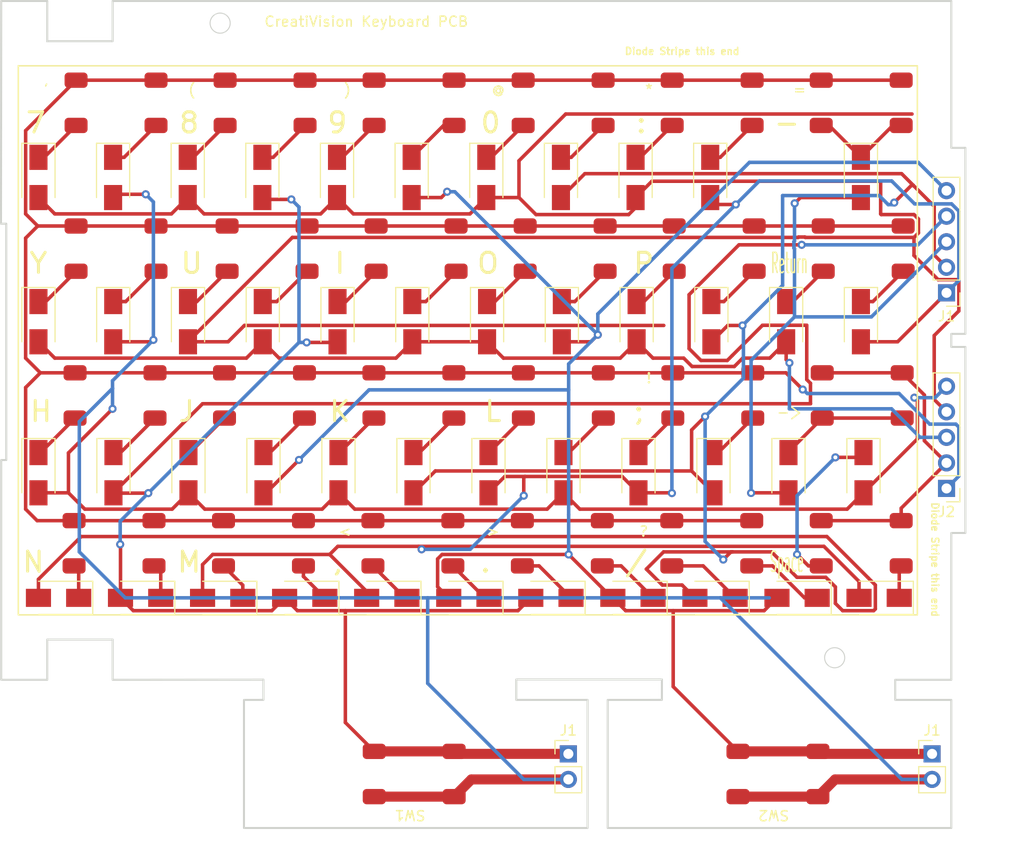
<source format=kicad_pcb>
(kicad_pcb (version 20211014) (generator pcbnew)
  (layers (0 "F.Cu" signal) (31 "B.Cu" signal) (34 "B.Paste" user) (35 "F.Paste" user) (36 "B.SilkS" user "B.Silkscreen") (37 "F.SilkS" user "F.Silkscreen") (38 "B.Mask" user) (39 "F.Mask" user) (44 "Edge.Cuts" user))
  (net 0 "")
  (net 1 "Net-(D1-Pad1)")
  (net 2 "Net-(D1-Pad2)")
  (net 3 "Net-(D2-Pad1)")
  (net 4 "Net-(D12-Pad2)")
  (net 5 "Net-(D3-Pad1)")
  (net 6 "Net-(D11-Pad2)")
  (net 7 "Net-(D4-Pad1)")
  (net 8 "Net-(D14-Pad2)")
  (net 9 "Net-(D5-Pad1)")
  (net 10 "Net-(D6-Pad1)")
  (net 11 "Net-(D16-Pad2)")
  (net 12 "Net-(D7-Pad1)")
  (net 13 "Net-(D8-Pad1)")
  (net 14 "Net-(D19-Pad2)")
  (net 15 "Net-(D9-Pad1)")
  (net 16 "Net-(D10-Pad1)")
  (net 17 "Net-(D10-Pad2)")
  (net 18 "Net-(D11-Pad1)")
  (net 19 "Net-(D12-Pad1)")
  (net 20 "Net-(D13-Pad1)")
  (net 21 "Net-(D13-Pad2)")
  (net 22 "Net-(D14-Pad1)")
  (net 23 "Net-(D15-Pad1)")
  (net 24 "Net-(D16-Pad1)")
  (net 25 "Net-(D17-Pad1)")
  (net 26 "Net-(D18-Pad1)")
  (net 27 "Net-(D19-Pad1)")
  (net 28 "Net-(D20-Pad1)")
  (net 29 "Net-(D21-Pad1)")
  (net 30 "Net-(D22-Pad1)")
  (net 31 "Net-(D23-Pad1)")
  (net 32 "Net-(D24-Pad1)")
  (net 33 "Net-(D25-Pad1)")
  (net 34 "Net-(D26-Pad1)")
  (net 35 "Net-(D27-Pad1)")
  (net 36 "Net-(D28-Pad1)")
  (net 37 "Net-(D29-Pad1)")
  (net 38 "Net-(D30-Pad1)")
  (net 39 "Net-(D31-Pad1)")
  (net 40 "Net-(D32-Pad1)")
  (net 41 "Net-(D33-Pad1)")
  (net 42 "Net-(D34-Pad1)")
  (net 43 "Net-(D35-Pad1)")
  (net 44 "Net-(D36-Pad1)")
  (net 45 "Net-(D37-Pad1)")
  (net 46 "Net-(D38-Pad1)")
  (net 47 "Net-(D39-Pad1)")
  (net 48 "Net-(D40-Pad1)")
  (net 49 "Net-(D41-Pad1)")
  (net 50 "Net-(D42-Pad1)")
  (net 51 "Net-(D43-Pad1)")
  (net 52 "Net-(D44-Pad1)")
  (net 53 "Net-(D45-Pad1)")
  (net 54 "Net-(D46-Pad1)")
  (net 55 "Net-(J2-Pad1)")
  (net 56 "Net-(J2-Pad2)")
  (footprint "Connector_PinHeader_2.54mm:PinHeader_1x05_P2.54mm_Vertical" (layer "F.Cu") (at 179.2 75.225 180)
    (fp_text reference "J2")
    (fp_text value "Conn_01x05_Female")
  )
  (footprint "Diode_SMD:D_SMA" (layer "F.Cu") (at 155.817448 58.642 -90)
    (fp_text reference "D14" hide)
    (fp_text value "CES521,L3F" hide)
  )
  (footprint "CheshBits:Jaycar SMD Tactical switch" (layer "F.Cu") (at 95.891 43.828 180)
    (fp_text reference "SW6" hide)
    (fp_text value "6A" hide)
  )
  (footprint "CheshBits:Jaycar SMD Tactical switch" (layer "F.Cu") (at 125.411 87.628 180)
    (fp_text reference "SW22" hide)
    (fp_text value "4D" hide)
  )
  (footprint "Diode_SMD:D_SMA" (layer "F.Cu") (at 123.5392 86.106 180)
    (fp_text reference "D42" hide)
    (fp_text value "CES521,L3F" hide)
  )
  (footprint "Diode_SMD:D_SMA" (layer "F.Cu") (at 99.0598 86.106 180)
    (fp_text reference "D45" hide)
    (fp_text value "CES521,L3F" hide)
  )
  (footprint "CheshBits:Jaycar SMD Tactical switch" (layer "F.Cu") (at 161.71 110.572 180)
    (fp_text reference "SW2")
    (fp_text value "SW_MEC_5E")
  )
  (footprint "Diode_SMD:D_SMA" (layer "F.Cu") (at 118.733452 73.66 -90)
    (fp_text reference "D30" hide)
    (fp_text value "CES521,L3F" hide)
  )
  (footprint "Diode_SMD:D_SMA" (layer "F.Cu") (at 111.167332 44.3 -90)
    (fp_text reference "D8" hide)
    (fp_text value "CES521,L3F" hide)
  )
  (footprint "Diode_SMD:D_SMA" (layer "F.Cu") (at 126.01222 44.3 -90)
    (fp_text reference "D6" hide)
    (fp_text value "CES521,L3F" hide)
  )
  (footprint "Diode_SMD:D_SMA" (layer "F.Cu") (at 172.498 86.106 180)
    (fp_text reference "D35" hide)
    (fp_text value "CES521,L3F" hide)
  )
  (footprint "CheshBits:Jaycar SMD Tactical switch" (layer "F.Cu") (at 155.371 58.328 180)
    (fp_text reference "SW8" hide)
    (fp_text value "2B" hide)
  )
  (footprint "CheshBits:Jaycar SMD Tactical switch" (layer "F.Cu") (at 140.551 58.328 180)
    (fp_text reference "SW9" hide)
    (fp_text value "3B" hide)
  )
  (footprint "CheshBits:Jaycar SMD Tactical switch" (layer "F.Cu") (at 110.551 87.628 180)
    (fp_text reference "SW23" hide)
    (fp_text value "5D" hide)
  )
  (footprint "Diode_SMD:D_SMA" (layer "F.Cu") (at 170.688 44.3 -90)
    (fp_text reference "D1" hide)
    (fp_text value "CES521,L3F" hide)
  )
  (footprint "Diode_SMD:D_SMA" (layer "F.Cu") (at 103.816726 73.66 -90)
    (fp_text reference "D32" hide)
    (fp_text value "CES521,L3F" hide)
  )
  (footprint "CheshBits:Jaycar SMD Tactical switch" (layer "F.Cu") (at 140.351 43.828 180)
    (fp_text reference "SW3" hide)
    (fp_text value "3A" hide)
  )
  (footprint "Diode_SMD:D_SMA" (layer "F.Cu") (at 115.3794 86.106 180)
    (fp_text reference "D43" hide)
    (fp_text value "CES521,L3F" hide)
  )
  (footprint "Diode_SMD:D_SMA" (layer "F.Cu") (at 96.335272 58.642 -90)
    (fp_text reference "D22" hide)
    (fp_text value "CES521,L3F" hide)
  )
  (footprint "CheshBits:Jaycar SMD Tactical switch" (layer "F.Cu") (at 95.691 87.628 180)
    (fp_text reference "SW24" hide)
    (fp_text value "6D" hide)
  )
  (footprint "Diode_SMD:D_SMA" (layer "F.Cu") (at 96.322444 44.3 -90)
    (fp_text reference "D10" hide)
    (fp_text value "CES521,L3F" hide)
  )
  (footprint "CheshBits:Jaycar SMD Tactical switch" (layer "F.Cu") (at 110.911 58.328 180)
    (fp_text reference "SW11" hide)
    (fp_text value "5B" hide)
  )
  (footprint "CheshBits:Jaycar SMD Tactical switch" (layer "F.Cu") (at 155.171 43.828 180)
    (fp_text reference "SW2" hide)
    (fp_text value "2A" hide)
  )
  (footprint "Diode_SMD:D_SMA" (layer "F.Cu") (at 163.25272 58.642 -90)
    (fp_text reference "D13" hide)
    (fp_text value "CES521,L3F" hide)
  )
  (footprint "Diode_SMD:D_SMA" (layer "F.Cu") (at 103.744888 44.3 -90)
    (fp_text reference "D9" hide)
    (fp_text value "CES521,L3F" hide)
  )
  (footprint "Diode_SMD:D_SMA" (layer "F.Cu") (at 170.688 58.642 -90)
    (fp_text reference "D12" hide)
    (fp_text value "CES521,L3F" hide)
  )
  (footprint "Diode_SMD:D_SMA" (layer "F.Cu") (at 107.2196 86.106 180)
    (fp_text reference "D44" hide)
    (fp_text value "CES521,L3F" hide)
  )
  (footprint "Diode_SMD:D_SMA" (layer "F.Cu") (at 133.511632 58.642 -90)
    (fp_text reference "D17" hide)
    (fp_text value "CES521,L3F" hide)
  )
  (footprint "Diode_SMD:D_SMA" (layer "F.Cu") (at 148.0186 86.106 180)
    (fp_text reference "D39" hide)
    (fp_text value "CES521,L3F" hide)
  )
  (footprint "Diode_SMD:D_SMA" (layer "F.Cu") (at 139.8588 86.106 180)
    (fp_text reference "D40" hide)
    (fp_text value "CES521,L3F" hide)
  )
  (footprint "CheshBits:Jaycar SMD Tactical switch" (layer "F.Cu") (at 169.991 87.628 180)
    (fp_text reference "SW19" hide)
    (fp_text value "1D" hide)
  )
  (footprint "Diode_SMD:D_SMA" (layer "F.Cu") (at 163.48363 73.66 -90)
    (fp_text reference "D24" hide)
    (fp_text value "CES521,L3F" hide)
  )
  (footprint "Connector_PinHeader_2.54mm:PinHeader_1x02_P2.54mm_Vertical" (layer "F.Cu") (at 141.594 101.621)
    (fp_text reference "J1")
    (fp_text value "Conn_01x02_Female")
  )
  (footprint "CheshBits:Jaycar SMD Tactical switch" (layer "F.Cu") (at 169.991 43.828 180)
    (fp_text reference "SW1" hide)
    (fp_text value "1A" hide)
  )
  (footprint "CheshBits:Jaycar SMD Tactical switch" (layer "F.Cu") (at 140.271 87.628 180)
    (fp_text reference "SW21" hide)
    (fp_text value "3D" hide)
  )
  (footprint "CheshBits:Jaycar SMD Tactical switch" (layer "F.Cu") (at 110.651 72.928 180)
    (fp_text reference "SW17" hide)
    (fp_text value "5C" hide)
  )
  (footprint "CheshBits:Jaycar SMD Tactical switch" (layer "F.Cu") (at 155.231 72.928 180)
    (fp_text reference "SW14" hide)
    (fp_text value "2C" hide)
  )
  (footprint "Diode_SMD:D_SMA" (layer "F.Cu") (at 148.566904 73.66 -90)
    (fp_text reference "D26" hide)
    (fp_text value "CES521,L3F" hide)
  )
  (footprint "CheshBits:Jaycar SMD Tactical switch" (layer "F.Cu") (at 125.731 58.328 180)
    (fp_text reference "SW10" hide)
    (fp_text value "4B" hide)
  )
  (footprint "Diode_SMD:D_SMA" (layer "F.Cu") (at 156.1784 86.106 180)
    (fp_text reference "D38" hide)
    (fp_text value "CES521,L3F" hide)
  )
  (footprint "Connector_PinHeader_2.54mm:PinHeader_1x02_P2.54mm_Vertical" (layer "F.Cu") (at 177.764 101.621)
    (fp_text reference "J1")
    (fp_text value "Conn_01x02_Female")
  )
  (footprint "Diode_SMD:D_SMA" (layer "F.Cu") (at 148.279552 44.3 -90)
    (fp_text reference "D3" hide)
    (fp_text value "CES521,L3F" hide)
  )
  (footprint "Diode_SMD:D_SMA" (layer "F.Cu") (at 96.358363 73.66 -90)
    (fp_text reference "D33" hide)
    (fp_text value "CES521,L3F" hide)
  )
  (footprint "Diode_SMD:D_SMA" (layer "F.Cu") (at 133.434664 44.3 -90)
    (fp_text reference "D5" hide)
    (fp_text value "CES521,L3F" hide)
  )
  (footprint "Diode_SMD:D_SMA" (layer "F.Cu") (at 126.07636 58.642 -90)
    (fp_text reference "D18" hide)
    (fp_text value "CES521,L3F" hide)
  )
  (footprint "Diode_SMD:D_SMA" (layer "F.Cu") (at 133.650178 73.66 -90)
    (fp_text reference "D28" hide)
    (fp_text value "CES521,L3F" hide)
  )
  (footprint "CheshBits:Jaycar SMD Tactical switch" (layer "F.Cu") (at 125.531 43.828 180)
    (fp_text reference "SW4" hide)
    (fp_text value "4A" hide)
  )
  (footprint "CheshBits:Jaycar SMD Tactical switch" (layer "F.Cu") (at 95.891 58.328 180)
    (fp_text reference "SW12" hide)
    (fp_text value "6B" hide)
  )
  (footprint "Diode_SMD:D_SMA" (layer "F.Cu") (at 140.857108 44.3 -90)
    (fp_text reference "D4" hide)
    (fp_text value "CES521,L3F" hide)
  )
  (footprint "Diode_SMD:D_SMA" (layer "F.Cu") (at 88.9 44.3 -90)
    (fp_text reference "D11" hide)
    (fp_text value "CES521,L3F" hide)
  )
  (footprint "Diode_SMD:D_SMA" (layer "F.Cu") (at 103.770544 58.642 -90)
    (fp_text reference "D21" hide)
    (fp_text value "CES521,L3F" hide)
  )
  (footprint "Diode_SMD:D_SMA" (layer "F.Cu") (at 141.108541 73.66 -90)
    (fp_text reference "D27" hide)
    (fp_text value "CES521,L3F" hide)
  )
  (footprint "CheshBits:Jaycar SMD Tactical switch" (layer "F.Cu") (at 125.511 72.928 180)
    (fp_text reference "SW16" hide)
    (fp_text value "4C" hide)
  )
  (footprint "Diode_SMD:D_SMA" (layer "F.Cu") (at 111.275089 73.66 -90)
    (fp_text reference "D31" hide)
    (fp_text value "CES521,L3F" hide)
  )
  (footprint "Diode_SMD:D_SMA" (layer "F.Cu") (at 155.702 44.3 -90)
    (fp_text reference "D2" hide)
    (fp_text value "CES521,L3F" hide)
  )
  (footprint "Diode_SMD:D_SMA" (layer "F.Cu") (at 118.589776 44.3 -90)
    (fp_text reference "D7" hide)
    (fp_text value "CES521,L3F" hide)
  )
  (footprint "Diode_SMD:D_SMA" (layer "F.Cu") (at 88.9 73.66 -90)
    (fp_text reference "D34" hide)
    (fp_text value "CES521,L3F" hide)
  )
  (footprint "Connector_PinHeader_2.54mm:PinHeader_1x05_P2.54mm_Vertical" (layer "F.Cu") (at 179.2 55.775 180)
    (fp_text reference "J1")
    (fp_text value "Conn_01x05_Female")
  )
  (footprint "Diode_SMD:D_SMA" (layer "F.Cu") (at 90.9 86.106 180)
    (fp_text reference "D46" hide)
    (fp_text value "CES521,L3F" hide)
  )
  (footprint "CheshBits:Jaycar SMD Tactical switch" (layer "F.Cu") (at 125.54 110.572 180)
    (fp_text reference "SW1")
    (fp_text value "SW_MEC_5E")
  )
  (footprint "Diode_SMD:D_SMA" (layer "F.Cu") (at 164.3382 86.106 180)
    (fp_text reference "D37" hide)
    (fp_text value "CES521,L3F" hide)
  )
  (footprint "Diode_SMD:D_SMA" (layer "F.Cu") (at 126.191815 73.66 -90)
    (fp_text reference "D29" hide)
    (fp_text value "CES521,L3F" hide)
  )
  (footprint "Diode_SMD:D_SMA" (layer "F.Cu") (at 88.9 58.642 -90)
    (fp_text reference "D23" hide)
    (fp_text value "CES521,L3F" hide)
  )
  (footprint "Diode_SMD:D_SMA" (layer "F.Cu") (at 148.382176 58.642 -90)
    (fp_text reference "D15" hide)
    (fp_text value "CES521,L3F" hide)
  )
  (footprint "Diode_SMD:D_SMA" (layer "F.Cu") (at 140.946904 58.642 -90)
    (fp_text reference "D16" hide)
    (fp_text value "CES521,L3F" hide)
  )
  (footprint "CheshBits:Jaycar SMD Tactical switch" (layer "F.Cu") (at 140.371 72.928 180)
    (fp_text reference "SW15" hide)
    (fp_text value "3C" hide)
  )
  (footprint "CheshBits:Jaycar SMD Tactical switch" (layer "F.Cu") (at 95.791 72.928 180)
    (fp_text reference "SW18" hide)
    (fp_text value "6C" hide)
  )
  (footprint "CheshBits:Jaycar SMD Tactical switch" (layer "F.Cu") (at 170.091 72.928 180)
    (fp_text reference "SW13" hide)
    (fp_text value "1C" hide)
  )
  (footprint "CheshBits:Jaycar SMD Tactical switch" (layer "F.Cu") (at 110.711 43.828 180)
    (fp_text reference "SW5" hide)
    (fp_text value "5A" hide)
  )
  (footprint "Diode_SMD:D_SMA" (layer "F.Cu") (at 131.699 86.106 180)
    (fp_text reference "D41" hide)
    (fp_text value "CES521,L3F" hide)
  )
  (footprint "Diode_SMD:D_SMA" (layer "F.Cu") (at 156.025267 73.66 -90)
    (fp_text reference "D25" hide)
    (fp_text value "CES521,L3F" hide)
  )
  (footprint "CheshBits:Jaycar SMD Tactical switch" (layer "F.Cu") (at 170.191 58.328 180)
    (fp_text reference "SW7" hide)
    (fp_text value "1B" hide)
  )
  (footprint "CheshBits:Jaycar SMD Tactical switch" (layer "F.Cu") (at 155.131 87.628 180)
    (fp_text reference "SW20" hide)
    (fp_text value "2D" hide)
  )
  (footprint "Diode_SMD:D_SMA" (layer "F.Cu") (at 111.205816 58.642 -90)
    (fp_text reference "D20" hide)
    (fp_text value "CES521,L3F" hide)
  )
  (footprint "Diode_SMD:D_SMA" (layer "F.Cu") (at 118.641088 58.642 -90)
    (fp_text reference "D19" hide)
    (fp_text value "CES521,L3F" hide)
  )
  (footprint "Diode_SMD:D_SMA" (layer "F.Cu") (at 170.942 73.66 -90)
    (fp_text reference "D36" hide)
    (fp_text value "CES521,L3F" hide)
  )
  (gr_rect (start 176.3 33.2) (end 86.9 87.8) (layer "F.SilkS") (width 0.15) (fill none))
  (gr_circle (center 106.967501 28.95428) (end 106.967501 29.95428) (layer "Edge.Cuts") (width 0.1) (fill none))
  (gr_circle (center 168.077337 92.059492) (end 168.077337 93.059492) (layer "Edge.Cuts") (width 0.1) (fill none))
  (gr_poly (pts (xy 89.776 94.254) (xy 89.776 90.254) (xy 96.276 90.254) (xy 96.276 94.254) (xy 111.272019 94.239174) (xy 111.272 96.252) (xy 109.336 96.254) (xy 109.336 108.992) (xy 143.506 108.992) (xy 143.506 96.254) (xy 136.418 96.252) (xy 136.418 94.22) (xy 150.896 94.22) (xy 150.896 96.252) (xy 145.506 96.254) (xy 145.506 108.992) (xy 179.676 108.992) (xy 179.676 96.254) (xy 174.1 96.252) (xy 174.1 94.254) (xy 179.676 94.254) (xy 179.676 79.654) (xy 181.076 79.654) (xy 181.076 61.154) (xy 179.676 61.154) (xy 179.676 59.854) (xy 181.076 59.854) (xy 181.076 41.354) (xy 179.676 41.354) (xy 179.676 26.754) (xy 96.276 26.754) (xy 96.276 30.754) (xy 89.776 30.754) (xy 89.776 26.754) (xy 85.2 26.754) (xy 85.176 48.9) (xy 85.7 48.9) (xy 85.7 72.4) (xy 85.2 72.4) (xy 85.2 94.254)) (layer "Edge.Cuts") (width 0.2) (fill none))
  (gr_text "Diode Stripe this end" (at 152.908 31.75) (layer "F.SilkS") (effects (font (size 0.7 0.7))))
  (gr_text "N" (at 88.392 82.55) (layer "F.SilkS") (effects (font (size 2 2) (thickness 0.3))))
  (gr_text "(" (at 104.14 35.56) (layer "F.SilkS") (effects (font (size 1 1))))
  (gr_text "L" (at 134.112 67.564) (layer "F.SilkS") (effects (font (size 2 2) (thickness 0.3))))
  (gr_text "8" (at 103.886 38.862) (layer "F.SilkS") (effects (font (size 2 2) (thickness 0.3))))
  (gr_text "=" (at 164.592 35.56) (layer "F.SilkS") (effects (font (size 1 1))))
  (gr_text "7" (at 88.646 38.862) (layer "F.SilkS") (effects (font (size 2 2) (thickness 0.3))))
  (gr_text "/" (at 148.336 82.55) (layer "F.SilkS") (effects (font (size 2 2) (thickness 0.3))))
  (gr_text "," (at 118.618 82.55) (layer "F.SilkS") (effects (font (size 2 2) (thickness 0.3))))
  (gr_text "U" (at 104.14 52.832) (layer "F.SilkS") (effects (font (size 2 2) (thickness 0.3))))
  (gr_text "H" (at 89.154 67.564) (layer "F.SilkS") (effects (font (size 2 2) (thickness 0.3))))
  (gr_text ")" (at 119.634 35.56) (layer "F.SilkS") (effects (font (size 1 1))))
  (gr_text "'" (at 89.662 35.56) (layer "F.SilkS") (effects (font (size 1 1))))
  (gr_text ":" (at 148.844 38.862) (layer "F.SilkS") (effects (font (size 2 2) (thickness 0.3))))
  (gr_text "M" (at 103.886 82.55) (layer "F.SilkS") (effects (font (size 2 2) (thickness 0.3))))
  (gr_text "Diode Stripe this end" (at 178.054 82.296 270) (layer "F.SilkS") (effects (font (size 0.7 0.7))))
  (gr_text "J" (at 103.632 67.564) (layer "F.SilkS") (effects (font (size 2 2) (thickness 0.3))))
  (gr_text "!" (at 149.606 64.262) (layer "F.SilkS") (effects (font (size 1 1))))
  (gr_text "." (at 133.35 82.55) (layer "F.SilkS") (effects (font (size 2 2) (thickness 0.3))))
  (gr_text ";" (at 148.59 67.564) (layer "F.SilkS") (effects (font (size 2 2) (thickness 0.3))))
  (gr_text "-" (at 163.322 38.862) (layer "F.SilkS") (effects (font (size 2 2) (thickness 0.3))))
  (gr_text "@" (at 134.62 35.56) (layer "F.SilkS") (effects (font (size 1 1))))
  (gr_text "Y" (at 88.9 52.832) (layer "F.SilkS") (effects (font (size 2 2) (thickness 0.3))))
  (gr_text "CreatiVision Keyboard PCB" (at 121.5 28.8) (layer "F.SilkS") (effects (font (size 1 1))))
  (gr_text "->" (at 163.576 67.564) (layer "F.SilkS") (effects (font (size 2 1))))
  (gr_text "K" (at 118.872 67.564) (layer "F.SilkS") (effects (font (size 2 2) (thickness 0.3))))
  (gr_text "Space" (at 163.322 82.55) (layer "F.SilkS") (effects (font (size 2 0.75))))
  (gr_text "I" (at 118.872 52.832) (layer "F.SilkS") (effects (font (size 2 2) (thickness 0.3))))
  (gr_text "<" (at 119.38 79.502) (layer "F.SilkS") (effects (font (size 1 1))))
  (gr_text "O" (at 133.604 52.832) (layer "F.SilkS") (effects (font (size 2 2) (thickness 0.3))))
  (gr_text "*" (at 149.606 35.56) (layer "F.SilkS") (effects (font (size 1 1))))
  (gr_text "P" (at 149.098 52.832) (layer "F.SilkS") (effects (font (size 2 2) (thickness 0.3))))
  (gr_text "0" (at 133.858 38.862) (layer "F.SilkS") (effects (font (size 2 2) (thickness 0.3))))
  (gr_text "?" (at 149.098 79.502) (layer "F.SilkS") (effects (font (size 1 1))))
  (gr_text "Return" (at 163.576 52.832) (layer "F.SilkS") (effects (font (size 2 0.75))))
  (gr_text ">" (at 134.112 79.502) (layer "F.SilkS") (effects (font (size 1 1))))
  (gr_text "9" (at 118.618 38.862) (layer "F.SilkS") (effects (font (size 2 2) (thickness 0.3))))
  (segment (start 166.741 39.128) (end 167.516 39.128) (width 0.35) (layer "F.Cu") (net 1))
  (segment (start 174.691 39.128) (end 173.86 39.128) (width 0.35) (layer "F.Cu") (net 1))
  (segment (start 167.516 39.128) (end 170.688 42.3) (width 0.35) (layer "F.Cu") (net 1))
  (segment (start 173.86 39.128) (end 170.688 42.3) (width 0.35) (layer "F.Cu") (net 1))
  (segment (start 163.48363 75.66) (end 159.7855 75.66) (width 0.35) (layer "F.Cu") (net 2))
  (segment (start 170.688 46.3) (end 164.677155 46.3) (width 0.35) (layer "F.Cu") (net 2))
  (segment (start 159.7855 75.66) (end 159.766 75.6795) (width 0.35) (layer "F.Cu") (net 2))
  (segment (start 164.677155 46.3) (end 164.102655 46.8745) (width 0.35) (layer "F.Cu") (net 2))
  (via (at 159.766 75.6795) (size 0.8) (drill 0.4) (layers "F.Cu" "B.Cu") (net 2))
  (via (at 164.102655 46.8745) (size 0.8) (drill 0.4) (layers "F.Cu" "B.Cu") (net 2))
  (segment (start 164.084 50.620689) (end 164.084 46.893155) (width 0.35) (layer "B.Cu") (net 2))
  (segment (start 171.729 58.166) (end 164.084 58.166) (width 0.35) (layer "B.Cu") (net 2))
  (segment (start 159.766 62.484) (end 159.766 75.6795) (width 0.35) (layer "B.Cu") (net 2))
  (segment (start 164.084 58.166) (end 159.766 62.484) (width 0.35) (layer "B.Cu") (net 2))
  (segment (start 179.2 50.695) (end 171.729 58.166) (width 0.35) (layer "B.Cu") (net 2))
  (segment (start 164.084 51.379311) (end 164.025499 51.32081) (width 0.35) (layer "B.Cu") (net 2))
  (segment (start 164.025499 51.32081) (end 164.025499 50.67919) (width 0.35) (layer "B.Cu") (net 2))
  (segment (start 164.084 58.166) (end 164.084 51.379311) (width 0.35) (layer "B.Cu") (net 2))
  (segment (start 164.084 46.893155) (end 164.102655 46.8745) (width 0.35) (layer "B.Cu") (net 2))
  (segment (start 164.025499 50.67919) (end 164.084 50.620689) (width 0.35) (layer "B.Cu") (net 2))
  (segment (start 155.702 42.3) (end 156.699 42.3) (width 0.35) (layer "F.Cu") (net 3))
  (segment (start 156.699 42.3) (end 159.871 39.128) (width 0.35) (layer "F.Cu") (net 3))
  (segment (start 137.281489 74.035489) (end 146.942393 74.035489) (width 0.35) (layer "F.Cu") (net 4))
  (segment (start 126.70449 80.98449) (end 118.66647 80.98449) (width 0.35) (layer "F.Cu") (net 4))
  (segment (start 151.86 75.66) (end 151.892 75.692) (width 0.35) (layer "F.Cu") (net 4))
  (segment (start 146.942393 74.035489) (end 148.566904 75.66) (width 0.35) (layer "F.Cu") (net 4))
  (segment (start 106.226054 81.79148) (end 105.2196 82.797934) (width 0.35) (layer "F.Cu") (net 4))
  (segment (start 135.274689 74.035489) (end 137.281489 74.035489) (width 0.35) (layer "F.Cu") (net 4))
  (segment (start 167.008956 80.98449) (end 126.70449 80.98449) (width 0.35) (layer "F.Cu") (net 4))
  (segment (start 174.333 60.642) (end 179.2 55.775) (width 0.35) (layer "F.Cu") (net 4))
  (segment (start 137.16 75.946) (end 137.16 74.156978) (width 0.35) (layer "F.Cu") (net 4))
  (segment (start 156.392 46.99) (end 155.702 46.3) (width 0.35) (layer "F.Cu") (net 4))
  (segment (start 118.66647 80.98449) (end 117.85948 81.79148) (width 0.35) (layer "F.Cu") (net 4))
  (segment (start 126.70449 80.98449) (end 127 81.28) (width 0.35) (layer "F.Cu") (net 4))
  (segment (start 137.16 74.156978) (end 137.281489 74.035489) (width 0.35) (layer "F.Cu") (net 4))
  (segment (start 105.2196 82.797934) (end 105.2196 86.106) (width 0.35) (layer "F.Cu") (net 4))
  (segment (start 121.5392 86.106) (end 121.5392 85.4712) (width 0.35) (layer "F.Cu") (net 4))
  (segment (start 133.650178 75.66) (end 135.274689 74.035489) (width 0.35) (layer "F.Cu") (net 4))
  (segment (start 170.498 86.106) (end 170.498 84.473534) (width 0.35) (layer "F.Cu") (net 4))
  (segment (start 148.566904 75.66) (end 151.86 75.66) (width 0.35) (layer "F.Cu") (net 4))
  (segment (start 121.5392 85.4712) (end 117.85948 81.79148) (width 0.35) (layer "F.Cu") (net 4))
  (segment (start 158.242 46.99) (end 156.392 46.99) (width 0.35) (layer "F.Cu") (net 4))
  (segment (start 170.688 60.642) (end 174.333 60.642) (width 0.35) (layer "F.Cu") (net 4))
  (segment (start 170.498 84.473534) (end 167.008956 80.98449) (width 0.35) (layer "F.Cu") (net 4))
  (segment (start 117.85948 81.79148) (end 106.226054 81.79148) (width 0.35) (layer "F.Cu") (net 4))
  (via (at 151.892 75.692) (size 0.8) (drill 0.4) (layers "F.Cu" "B.Cu") (net 4))
  (via (at 158.242 46.99) (size 0.8) (drill 0.4) (layers "F.Cu" "B.Cu") (net 4))
  (via (at 127 81.28) (size 0.8) (drill 0.4) (layers "F.Cu" "B.Cu") (net 4))
  (via (at 137.16 75.946) (size 0.8) (drill 0.4) (layers "F.Cu" "B.Cu") (net 4))
  (segment (start 160.58151 44.65049) (end 158.242 46.99) (width 0.35) (layer "B.Cu") (net 4))
  (segment (start 127 81.28) (end 131.826 81.28) (width 0.35) (layer "B.Cu") (net 4))
  (segment (start 179.2 55.775) (end 180.424511 54.550489) (width 0.35) (layer "B.Cu") (net 4))
  (segment (start 180.424511 47.64779) (end 179.70721 46.930489) (width 0.35) (layer "B.Cu") (net 4))
  (segment (start 176.030489 46.930489) (end 173.804 44.704) (width 0.35) (layer "B.Cu") (net 4))
  (segment (start 180.424511 54.550489) (end 180.424511 47.64779) (width 0.35) (layer "B.Cu") (net 4))
  (segment (start 131.826 81.28) (end 137.16 75.946) (width 0.35) (layer "B.Cu") (net 4))
  (segment (start 173.804 44.704) (end 173.75049 44.65049) (width 0.35) (layer "B.Cu") (net 4))
  (segment (start 179.70721 46.930489) (end 176.030489 46.930489) (width 0.35) (layer "B.Cu") (net 4))
  (segment (start 173.75049 44.65049) (end 160.58151 44.65049) (width 0.35) (layer "B.Cu") (net 4))
  (segment (start 151.892 53.34) (end 158.242 46.99) (width 0.35) (layer "B.Cu") (net 4))
  (segment (start 151.892 75.692) (end 151.892 53.34) (width 0.35) (layer "B.Cu") (net 4))
  (segment (start 148.749 42.3) (end 151.921 39.128) (width 0.35) (layer "F.Cu") (net 5))
  (segment (start 148.279552 42.3) (end 148.749 42.3) (width 0.35) (layer "F.Cu") (net 5))
  (segment (start 175.765946 37.99148) (end 141.33252 37.99148) (width 0.35) (layer "F.Cu") (net 6))
  (segment (start 109.382511 59.017489) (end 151.082511 59.017489) (width 0.35) (layer "F.Cu") (net 6))
  (segment (start 120.214287 47.924511) (end 131.810153 47.924511) (width 0.35) (layer "F.Cu") (net 6))
  (segment (start 175.965946 47.99148) (end 172.70852 47.99148) (width 0.35) (layer "F.Cu") (net 6))
  (segment (start 175.965945 50.26452) (end 165.159831 50.26452) (width 0.35) (layer "F.Cu") (net 6))
  (segment (start 176.40852 48.434054) (end 175.965946 47.99148) (width 0.35) (layer "F.Cu") (net 6))
  (segment (start 165.12081 50.225499) (end 164.47919 50.225499) (width 0.35) (layer "F.Cu") (net 6))
  (segment (start 116.965265 47.924511) (end 118.589776 46.3) (width 0.35) (layer "F.Cu") (net 6))
  (segment (start 175.965945 52.065945) (end 178.359511 54.459511) (width 0.35) (layer "F.Cu") (net 6))
  (segment (start 109.3 59.1) (end 109.382511 59.017489) (width 0.35) (layer "F.Cu") (net 6))
  (segment (start 175.965945 50.26452) (end 175.965945 52.065945) (width 0.35) (layer "F.Cu") (net 6))
  (segment (start 136.684466 46.3) (end 138.375946 47.99148) (width 0.35) (layer "F.Cu") (net 6))
  (segment (start 131.810153 47.924511) (end 133.434664 46.3) (width 0.35) (layer "F.Cu") (net 6))
  (segment (start 180.333533 54.459511) (end 180.424511 54.550489) (width 0.35) (layer "F.Cu") (net 6))
  (segment (start 118.589776 46.3) (end 120.214287 47.924511) (width 0.35) (layer "F.Cu") (net 6))
  (segment (start 165.159831 50.26452) (end 165.12081 50.225499) (width 0.35) (layer "F.Cu") (net 6))
  (segment (start 164.440169 50.26452) (end 114.148024 50.26452) (width 0.35) (layer "F.Cu") (net 6))
  (segment (start 114.148024 50.26452) (end 103.770544 60.642) (width 0.35) (layer "F.Cu") (net 6))
  (segment (start 147.58852 47.99148) (end 148.279552 47.300448) (width 0.35) (layer "F.Cu") (net 6))
  (segment (start 176.40852 49.821946) (end 175.965945 50.26452) (width 0.35) (layer "F.Cu") (net 6))
  (segment (start 180.424511 54.550489) (end 180.424511 57.575489) (width 0.35) (layer "F.Cu") (net 6))
  (segment (start 136.684466 42.639534) (end 136.684466 46.3) (width 0.35) (layer "F.Cu") (net 6))
  (segment (start 178.359511 54.459511) (end 180.333533 54.459511) (width 0.35) (layer "F.Cu") (net 6))
  (segment (start 177.975489 66.380489) (end 179.2 67.605) (width 0.35) (layer "F.Cu") (net 6))
  (segment (start 103.744888 46.3) (end 105.369399 47.924511) (width 0.35) (layer "F.Cu") (net 6))
  (segment (start 164.47919 50.225499) (end 164.440169 50.26452) (width 0.35) (layer "F.Cu") (net 6))
  (segment (start 133.434664 46.3) (end 136.684466 46.3) (width 0.35) (layer "F.Cu") (net 6))
  (segment (start 90.524511 47.924511) (end 102.120377 47.924511) (width 0.35) (layer "F.Cu") (net 6))
  (segment (start 103.770544 60.642) (end 107.758 60.642) (width 0.35) (layer "F.Cu") (net 6))
  (segment (start 148.279552 47.300448) (end 148.279552 46.3) (width 0.35) (layer "F.Cu") (net 6))
  (segment (start 180.424511 57.575489) (end 177.975489 60.024511) (width 0.35) (layer "F.Cu") (net 6))
  (segment (start 102.120377 47.924511) (end 103.744888 46.3) (width 0.35) (layer "F.Cu") (net 6))
  (segment (start 141.33252 37.99148) (end 136.684466 42.639534) (width 0.35) (layer "F.Cu") (net 6))
  (segment (start 172.70852 47.99148) (end 172.649955 47.932915) (width 0.35) (layer "F.Cu") (net 6))
  (segment (start 172.649955 47.932915) (end 172.649955 44.675489) (width 0.35) (layer "F.Cu") (net 6))
  (segment (start 138.375946 47.99148) (end 147.58852 47.99148) (width 0.35) (layer "F.Cu") (net 6))
  (segment (start 105.369399 47.924511) (end 116.965265 47.924511) (width 0.35) (layer "F.Cu") (net 6))
  (segment (start 107.758 60.642) (end 109.3 59.1) (width 0.35) (layer "F.Cu") (net 6))
  (segment (start 177.975489 60.024511) (end 177.975489 66.380489) (width 0.35) (layer "F.Cu") (net 6))
  (segment (start 148.279552 46.3) (end 149.904063 44.675489) (width 0.35) (layer "F.Cu") (net 6))
  (segment (start 176.40852 48.434054) (end 176.40852 49.821946) (width 0.35) (layer "F.Cu") (net 6))
  (segment (start 149.904063 44.675489) (end 172.649955 44.675489) (width 0.35) (layer "F.Cu") (net 6))
  (segment (start 88.9 46.3) (end 90.524511 47.924511) (width 0.35) (layer "F.Cu") (net 6))
  (segment (start 140.857108 42.3) (end 141.879 42.3) (width 0.35) (layer "F.Cu") (net 7))
  (segment (start 141.879 42.3) (end 145.051 39.128) (width 0.35) (layer "F.Cu") (net 7))
  (segment (start 179.2 53.235) (end 177.975489 52.010489) (width 0.35) (layer "F.Cu") (net 8))
  (segment (start 168.873489 87.380511) (end 168.148 86.655022) (width 0.35) (layer "F.Cu") (net 8))
  (segment (start 174.734511 43.924511) (end 143.232597 43.924511) (width 0.35) (layer "F.Cu") (net 8))
  (segment (start 175.905 45.095) (end 174.734511 43.924511) (width 0.35) (layer "F.Cu") (net 8))
  (segment (start 149.352 83.245534) (end 150.937955 84.831489) (width 0.35) (layer "F.Cu") (net 8))
  (segment (start 155.817448 60.642) (end 157.441959 59.017489) (width 0.35) (layer "F.Cu") (net 8))
  (segment (start 157.934 81.534) (end 151.063534 81.534) (width 0.35) (layer "F.Cu") (net 8))
  (segment (start 177.975489 47.165489) (end 175.905 45.095) (width 0.35) (layer "F.Cu") (net 8))
  (segment (start 172.122511 87.211489) (end 171.953489 87.380511) (width 0.35) (layer "F.Cu") (net 8))
  (segment (start 175.705 45.095) (end 175.905 45.095) (width 0.35) (layer "F.Cu") (net 8))
  (segment (start 172.122511 84.831489) (end 172.122511 87.211489) (width 0.35) (layer "F.Cu") (net 8))
  (segment (start 168.148 86.655022) (end 168.148 85.016778) (width 0.35) (layer "F.Cu") (net 8))
  (segment (start 167.301022 80.01) (end 171.407511 84.116489) (width 0.35) (layer "F.Cu") (net 8))
  (segment (start 156.025267 75.66) (end 153.851246 73.485979) (width 0.35) (layer "F.Cu") (net 8))
  (segment (start 88.9 84.257534) (end 93.147534 80.01) (width 0.35) (layer "F.Cu") (net 8))
  (segment (start 153.851246 69.414754) (end 155.194 68.072) (width 0.35) (layer "F.Cu") (net 8))
  (segment (start 150.937955 84.831489) (end 152.903889 84.831489) (width 0.35) (layer "F.Cu") (net 8))
  (segment (start 157.441959 59.017489) (end 158.914511 59.017489) (width 0.35) (layer "F.Cu") (net 8))
  (segment (start 143.232597 43.924511) (end 140.857108 46.3) (width 0.35) (layer "F.Cu") (net 8))
  (segment (start 153.851246 73.485979) (end 153.851246 69.414754) (width 0.35) (layer "F.Cu") (net 8))
  (segment (start 88.9 86.106) (end 88.9 84.257534) (width 0.35) (layer "F.Cu") (net 8))
  (segment (start 157.766 81.534) (end 157.934 81.534) (width 0.35) (layer "F.Cu") (net 8))
  (segment (start 152.903889 84.831489) (end 154.1784 86.106) (width 0.35) (layer "F.Cu") (net 8))
  (segment (start 174 46.8) (end 175.705 45.095) (width 0.35) (layer "F.Cu") (net 8))
  (segment (start 171.953489 87.380511) (end 168.873489 87.380511) (width 0.35) (layer "F.Cu") (net 8))
  (segment (start 93.147534 80.01) (end 167.301022 80.01) (width 0.35) (layer "F.Cu") (net 8))
  (segment (start 161.798 81.534) (end 157.934 81.534) (width 0.35) (layer "F.Cu") (net 8))
  (segment (start 164.32852 84.06452) (end 161.798 81.534) (width 0.35) (layer "F.Cu") (net 8))
  (segment (start 177.975489 52.010489) (end 177.975489 47.165489) (width 0.35) (layer "F.Cu") (net 8))
  (segment (start 128.365836 73.485979) (end 126.191815 75.66) (width 0.35) (layer "F.Cu") (net 8))
  (segment (start 151.063534 81.534) (end 149.352 83.245534) (width 0.35) (layer "F.Cu") (net 8))
  (segment (start 168.148 85.016778) (end 167.195742 84.06452) (width 0.35) (layer "F.Cu") (net 8))
  (segment (start 171.407511 84.116489) (end 172.122511 84.831489) (width 0.35) (layer "F.Cu") (net 8))
  (segment (start 153.851246 73.485979) (end 128.365836 73.485979) (width 0.35) (layer "F.Cu") (net 8))
  (segment (start 157 82.3) (end 157.766 81.534) (width 0.35) (layer "F.Cu") (net 8))
  (segment (start 167.195742 84.06452) (end 164.32852 84.06452) (width 0.35) (layer "F.Cu") (net 8))
  (via (at 158.914511 59.017489) (size 0.8) (drill 0.4) (layers "F.Cu" "B.Cu") (net 8))
  (via (at 155.194 68.072) (size 0.8) (drill 0.4) (layers "F.Cu" "B.Cu") (net 8))
  (via (at 157 82.3) (size 0.8) (drill 0.4) (layers "F.Cu" "B.Cu") (net 8))
  (via (at 174 46.8) (size 0.8) (drill 0.4) (layers "F.Cu" "B.Cu") (net 8))
  (segment (start 158.914511 59.017489) (end 162.9 55.032) (width 0.35) (layer "B.Cu") (net 8))
  (segment (start 155.194 68.072) (end 155.194 80.494) (width 0.35) (layer "B.Cu") (net 8))
  (segment (start 172.5 46.1) (end 173.4 47) (width 0.35) (layer "B.Cu") (net 8))
  (segment (start 155.194 80.494) (end 157 82.3) (width 0.35) (layer "B.Cu") (net 8))
  (segment (start 159.004 64.262) (end 159.004 59.106978) (width 0.35) (layer "B.Cu") (net 8))
  (segment (start 162.9 55.032) (end 162.9 46.1) (width 0.35) (layer "B.Cu") (net 8))
  (segment (start 155.194 68.072) (end 159.004 64.262) (width 0.35) (layer "B.Cu") (net 8))
  (segment (start 173.8 47) (end 174 46.8) (width 0.35) (layer "B.Cu") (net 8))
  (segment (start 159.004 59.106978) (end 158.914511 59.017489) (width 0.35) (layer "B.Cu") (net 8))
  (segment (start 162.9 46.1) (end 172.5 46.1) (width 0.35) (layer "B.Cu") (net 8))
  (segment (start 173.4 47) (end 173.8 47) (width 0.35) (layer "B.Cu") (net 8))
  (segment (start 133.434664 42.3) (end 133.929 42.3) (width 0.35) (layer "F.Cu") (net 9))
  (segment (start 133.929 42.3) (end 137.101 39.128) (width 0.35) (layer "F.Cu") (net 9))
  (segment (start 129.18422 39.128) (end 130.231 39.128) (width 0.35) (layer "F.Cu") (net 10))
  (segment (start 126.01222 42.3) (end 129.18422 39.128) (width 0.35) (layer "F.Cu") (net 10))
  (segment (start 141.623014 81.79148) (end 145.937534 86.106) (width 0.35) (layer "F.Cu") (net 11))
  (segment (start 145.937534 86.106) (end 146.0186 86.106) (width 0.35) (layer "F.Cu") (net 11))
  (segment (start 143.828 60.642) (end 140.946904 60.642) (width 0.35) (layer "F.Cu") (net 11))
  (segment (start 144.526 59.944) (end 143.828 60.642) (width 0.35) (layer "F.Cu") (net 11))
  (segment (start 146.0186 86.106) (end 147.293111 87.380511) (width 0.35) (layer "F.Cu") (net 11))
  (segment (start 111.538 75.66) (end 111.275089 75.66) (width 0.35) (layer "F.Cu") (net 11))
  (segment (start 128.59348 82.234054) (end 129.036054 81.79148) (width 0.35) (layer "F.Cu") (net 11))
  (segment (start 114.808 72.39) (end 111.538 75.66) (width 0.35) (layer "F.Cu") (net 11))
  (segment (start 166.41 101.372) (end 158.46 101.372) (width 1) (layer "F.Cu") (net 11))
  (segment (start 166.659 101.621) (end 166.41 101.372) (width 1) (layer "F.Cu") (net 11))
  (segment (start 152.019489 87.380511) (end 161.063689 87.380511) (width 0.35) (layer "F.Cu") (net 11))
  (segment (start 129.699 86.106) (end 128.59348 85.00048) (width 0.35) (layer "F.Cu") (net 11))
  (segment (start 177.764 101.621) (end 166.659 101.621) (width 1) (layer "F.Cu") (net 11))
  (segment (start 152.019489 94.931489) (end 158.46 101.372) (width 0.35) (layer "F.Cu") (net 11))
  (segment (start 152.019489 87.380511) (end 152.019489 94.931489) (width 0.35) (layer "F.Cu") (net 11))
  (segment (start 129.54 45.72) (end 128.96 46.3) (width 0.35) (layer "F.Cu") (net 11))
  (segment (start 147.293111 87.380511) (end 152.019489 87.380511) (width 0.35) (layer "F.Cu") (net 11))
  (segment (start 128.59348 85.00048) (end 128.59348 82.234054) (width 0.35) (layer "F.Cu") (net 11))
  (segment (start 161.063689 87.380511) (end 162.3382 86.106) (width 0.35) (layer "F.Cu") (net 11))
  (segment (start 128.96 46.3) (end 126.01222 46.3) (width 0.35) (layer "F.Cu") (net 11))
  (segment (start 129.036054 81.79148) (end 141.623014 81.79148) (width 0.35) (layer "F.Cu") (net 11))
  (via (at 129.54 45.72) (size 0.8) (drill 0.4) (layers "F.Cu" "B.Cu") (net 11))
  (via (at 114.808 72.39) (size 0.8) (drill 0.4) (layers "F.Cu" "B.Cu") (net 11))
  (via (at 144.526 59.944) (size 0.8) (drill 0.4) (layers "F.Cu" "B.Cu") (net 11))
  (via (at 141.623014 81.79148) (size 0.8) (drill 0.4) (layers "F.Cu" "B.Cu") (net 11))
  (segment (start 144.526 57.874) (end 159.6 42.8) (width 0.35) (layer "B.Cu") (net 11))
  (segment (start 141.623014 81.79148) (end 141.623014 77.832986) (width 0.35) (layer "B.Cu") (net 11))
  (segment (start 141.623014 77.832986) (end 141.623014 76.853014) (width 0.35) (layer "B.Cu") (net 11))
  (segment (start 141.623014 65.423014) (end 121.774986 65.423014) (width 0.35) (layer "B.Cu") (net 11))
  (segment (start 176.385 42.8) (end 179.2 45.615) (width 0.35) (layer "B.Cu") (net 11))
  (segment (start 141.623014 62.846986) (end 144.526 59.944) (width 0.35) (layer "B.Cu") (net 11))
  (segment (start 159.6 42.8) (end 176.385 42.8) (width 0.35) (layer "B.Cu") (net 11))
  (segment (start 144.526 59.944) (end 130.302 45.72) (width 0.35) (layer "B.Cu") (net 11))
  (segment (start 141.623014 65.423014) (end 141.623014 62.846986) (width 0.35) (layer "B.Cu") (net 11))
  (segment (start 144.526 59.944) (end 144.526 57.874) (width 0.35) (layer "B.Cu") (net 11))
  (segment (start 121.774986 65.423014) (end 114.808 72.39) (width 0.35) (layer "B.Cu") (net 11))
  (segment (start 141.623014 76.853014) (end 141.623014 65.423014) (width 0.35) (layer "B.Cu") (net 11))
  (segment (start 130.302 45.72) (end 129.54 45.72) (width 0.35) (layer "B.Cu") (net 11))
  (segment (start 118.589776 42.3) (end 119.109 42.3) (width 0.35) (layer "F.Cu") (net 12))
  (segment (start 119.109 42.3) (end 122.281 39.128) (width 0.35) (layer "F.Cu") (net 12))
  (segment (start 112.239 42.3) (end 115.411 39.128) (width 0.35) (layer "F.Cu") (net 13))
  (segment (start 111.167332 42.3) (end 112.239 42.3) (width 0.35) (layer "F.Cu") (net 13))
  (segment (start 105.216363 66.802) (end 96.358363 75.66) (width 0.35) (layer "F.Cu") (net 14))
  (segment (start 157.4 62.5) (end 154.776426 62.5) (width 0.35) (layer "F.Cu") (net 14))
  (segment (start 119.419489 87.380511) (end 136.584289 87.380511) (width 0.35) (layer "F.Cu") (net 14))
  (segment (start 165.671534 66.802) (end 165.671534 64.77) (width 0.35) (layer "F.Cu") (net 14))
  (segment (start 136.584289 87.380511) (end 137.8588 86.106) (width 0.35) (layer "F.Cu") (net 14))
  (segment (start 115.57 60.706) (end 118.577088 60.706) (width 0.35) (layer "F.Cu") (net 14))
  (segment (start 97.0598 80.8163) (end 97.028 80.7845) (width 0.35) (layer "F.Cu") (net 14))
  (segment (start 160.9 59) (end 157.9 62) (width 0.35) (layer "F.Cu") (net 14))
  (segment (start 114.046 46.482) (end 111.349332 46.482) (width 0.35) (layer "F.Cu") (net 14))
  (segment (start 118.577088 60.706) (end 118.641088 60.642) (width 0.35) (layer "F.Cu") (net 14))
  (segment (start 165.671534 64.77) (end 165.3 64.398466) (width 0.35) (layer "F.Cu") (net 14))
  (segment (start 99.822 75.692) (end 96.390363 75.692) (width 0.35) (layer "F.Cu") (net 14))
  (segment (start 158.560426 51) (end 164.8 51) (width 0.35) (layer "F.Cu") (net 14))
  (segment (start 157.9 62) (end 157.4 62.5) (width 0.35) (layer "F.Cu") (net 14))
  (segment (start 165.671534 66.802) (end 105.216363 66.802) (width 0.35) (layer "F.Cu") (net 14))
  (segment (start 97.0598 86.106) (end 97.0598 80.8163) (width 0.35) (layer "F.Cu") (net 14))
  (segment (start 113.3794 86.106) (end 114.653911 87.380511) (width 0.35) (layer "F.Cu") (net 14))
  (segment (start 119.419489 87.380511) (end 119.419489 98.501489) (width 0.35) (layer "F.Cu") (net 14))
  (segment (start 130.489 101.621) (end 130.24 101.372) (width 1) (layer "F.Cu") (net 14))
  (segment (start 112.104889 87.380511) (end 113.3794 86.106) (width 0.35) (layer "F.Cu") (net 14))
  (segment (start 141.594 101.621) (end 130.489 101.621) (width 1) (layer "F.Cu") (net 14))
  (segment (start 130.24 101.372) (end 122.29 101.372) (width 1) (layer "F.Cu") (net 14))
  (segment (start 97.0598 86.106) (end 98.334311 87.380511) (width 0.35) (layer "F.Cu") (net 14))
  (segment (start 119.419489 98.501489) (end 122.29 101.372) (width 0.35) (layer "F.Cu") (net 14))
  (segment (start 111.349332 46.482) (end 111.167332 46.3) (width 0.35) (layer "F.Cu") (net 14))
  (segment (start 96.390363 75.692) (end 96.358363 75.66) (width 0.35) (layer "F.Cu") (net 14))
  (segment (start 154.776426 62.5) (end 153.6 61.323574) (width 0.35) (layer "F.Cu") (net 14))
  (segment (start 153.6 61.323574) (end 153.6 55.960426) (width 0.35) (layer "F.Cu") (net 14))
  (segment (start 153.6 55.960426) (end 158.560426 51) (width 0.35) (layer "F.Cu") (net 14))
  (segment (start 165.3 59) (end 160.9 59) (width 0.35) (layer "F.Cu") (net 14))
  (segment (start 98.334311 87.380511) (end 112.104889 87.380511) (width 0.35) (layer "F.Cu") (net 14))
  (segment (start 165.3 64.398466) (end 165.3 59) (width 0.35) (layer "F.Cu") (net 14))
  (segment (start 114.653911 87.380511) (end 119.419489 87.380511) (width 0.35) (layer "F.Cu") (net 14))
  (via (at 97.028 80.7845) (size 0.8) (drill 0.4) (layers "F.Cu" "B.Cu") (net 14))
  (via (at 164.8 51) (size 0.8) (drill 0.4) (layers "F.Cu" "B.Cu") (net 14))
  (via (at 99.822 75.692) (size 0.8) (drill 0.4) (layers "F.Cu" "B.Cu") (net 14))
  (via (at 114.046 46.482) (size 0.8) (drill 0.4) (layers "F.Cu" "B.Cu") (net 14))
  (via (at 115.57 60.706) (size 0.8) (drill 0.4) (layers "F.Cu" "B.Cu") (net 14))
  (segment (start 176.355 51) (end 179.2 48.155) (width 0.35) (layer "B.Cu") (net 14))
  (segment (start 164.8 51) (end 176.355 51) (width 0.35) (layer "B.Cu") (net 14))
  (segment (start 114.808 60.706) (end 114.808 47.244) (width 0.35) (layer "B.Cu") (net 14))
  (segment (start 99.822 75.692) (end 97.028 78.486) (width 0.35) (layer "B.Cu") (net 14))
  (segment (start 99.822 75.692) (end 114.808 60.706) (width 0.35) (layer "B.Cu") (net 14))
  (segment (start 97.028 78.486) (end 97.028 80.7845) (width 0.35) (layer "B.Cu") (net 14))
  (segment (start 114.808 60.706) (end 115.57 60.706) (width 0.35) (layer "B.Cu") (net 14))
  (segment (start 114.808 47.244) (end 114.046 46.482) (width 0.35) (layer "B.Cu") (net 14))
  (segment (start 104.289 42.3) (end 107.461 39.128) (width 0.35) (layer "F.Cu") (net 15))
  (segment (start 103.744888 42.3) (end 104.289 42.3) (width 0.35) (layer "F.Cu") (net 15))
  (segment (start 96.322444 42.3) (end 97.419 42.3) (width 0.35) (layer "F.Cu") (net 16))
  (segment (start 97.419 42.3) (end 100.591 39.128) (width 0.35) (layer "F.Cu") (net 16))
  (segment (start 142.733052 77.284511) (end 169.317489 77.284511) (width 0.35) (layer "F.Cu") (net 17))
  (segment (start 177.764 104.161) (end 168.121 104.161) (width 1) (layer "F.Cu") (net 17))
  (segment (start 103.816726 75.66) (end 105.441237 77.284511) (width 0.35) (layer "F.Cu") (net 17))
  (segment (start 166.41 105.872) (end 158.46 105.872) (width 1) (layer "F.Cu") (net 17))
  (segment (start 102.192215 77.284511) (end 103.816726 75.66) (width 0.35) (layer "F.Cu") (net 17))
  (segment (start 91.884466 75.66) (end 91.884466 71.691534) (width 0.35) (layer "F.Cu") (net 17))
  (segment (start 176.30852 70.29348) (end 176.30852 66.50852) (width 0.35) (layer "F.Cu") (net 17))
  (segment (start 117.108941 77.284511) (end 118.733452 75.66) (width 0.35) (layer "F.Cu") (net 17))
  (segment (start 99.568 45.974) (end 96.648444 45.974) (width 0.35) (layer "F.Cu") (net 17))
  (segment (start 168.121 104.161) (end 166.41 105.872) (width 1) (layer "F.Cu") (net 17))
  (segment (start 100.14 60.642) (end 96.335272 60.642) (width 0.35) (layer "F.Cu") (net 17))
  (segment (start 100.33 60.452) (end 100.14 60.642) (width 0.35) (layer "F.Cu") (net 17))
  (segment (start 169.317489 77.284511) (end 170.942 75.66) (width 0.35) (layer "F.Cu") (net 17))
  (segment (start 91.884466 71.691534) (end 96.266 67.31) (width 0.35) (layer "F.Cu") (net 17))
  (segment (start 93.508977 77.284511) (end 102.192215 77.284511) (width 0.35) (layer "F.Cu") (net 17))
  (segment (start 131.951 104.161) (end 130.24 105.872) (width 1) (layer "F.Cu") (net 17))
  (segment (start 139.48403 77.284511) (end 141.108541 75.66) (width 0.35) (layer "F.Cu") (net 17))
  (segment (start 130.24 105.872) (end 122.29 105.872) (width 1) (layer "F.Cu") (net 17))
  (segment (start 105.441237 77.284511) (end 117.108941 77.284511) (width 0.35) (layer "F.Cu") (net 17))
  (segment (start 176.30852 66.50852) (end 176 66.2) (width 0.35) (layer "F.Cu") (net 17))
  (segment (start 96.648444 45.974) (end 96.322444 46.3) (width 0.35) (layer "F.Cu") (net 17))
  (segment (start 141.108541 75.66) (end 142.733052 77.284511) (width 0.35) (layer "F.Cu") (net 17))
  (segment (start 120.357963 77.284511) (end 139.48403 77.284511) (width 0.35) (layer "F.Cu") (net 17))
  (segment (start 118.733452 75.66) (end 120.357963 77.284511) (width 0.35) (layer "F.Cu") (net 17))
  (segment (start 141.594 104.161) (end 131.951 104.161) (width 1) (layer "F.Cu") (net 17))
  (segment (start 170.942 75.66) (end 176.30852 70.29348) (width 0.35) (layer "F.Cu") (net 17))
  (segment (start 88.9 75.66) (end 91.884466 75.66) (width 0.35) (layer "F.Cu") (net 17))
  (segment (start 91.884466 75.66) (end 93.508977 77.284511) (width 0.35) (layer "F.Cu") (net 17))
  (via (at 100.33 60.452) (size 0.8) (drill 0.4) (layers "F.Cu" "B.Cu") (net 17))
  (via (at 96.266 67.31) (size 0.8) (drill 0.4) (layers "F.Cu" "B.Cu") (net 17))
  (via (at 99.568 45.974) (size 0.8) (drill 0.4) (layers "F.Cu" "B.Cu") (net 17))
  (via (at 176 66.2) (size 0.8) (drill 0.4) (layers "F.Cu" "B.Cu") (net 17))
  (segment (start 96.266 64.516) (end 100.33 60.452) (width 0.35) (layer "B.Cu") (net 17))
  (segment (start 127.606 94.606) (end 137.161 104.161) (width 0.35) (layer "B.Cu") (net 17))
  (segment (start 156.706 86.106) (end 174.761 104.161) (width 0.35) (layer "B.Cu") (net 17))
  (segment (start 96.266 67.31) (end 96.266 65.278) (width 0.35) (layer "B.Cu") (net 17))
  (segment (start 127.606 86.106) (end 97.536 86.106) (width 0.35) (layer "B.Cu") (net 17))
  (segment (start 178.065 66.2) (end 179.2 65.065) (width 0.35) (layer "B.Cu") (net 17))
  (segment (start 92.964 68.58) (end 96.266 65.278) (width 0.35) (layer "B.Cu") (net 17))
  (segment (start 176 66.2) (end 178.065 66.2) (width 0.35) (layer "B.Cu") (net 17))
  (segment (start 174.761 104.161) (end 177.764 104.161) (width 0.35) (layer "B.Cu") (net 17))
  (segment (start 96.266 65.278) (end 96.266 64.516) (width 0.35) (layer "B.Cu") (net 17))
  (segment (start 92.964 81.534) (end 92.964 68.58) (width 0.35) (layer "B.Cu") (net 17))
  (segment (start 97.536 86.106) (end 92.964 81.534) (width 0.35) (layer "B.Cu") (net 17))
  (segment (start 127.606 86.106) (end 127.606 94.606) (width 0.35) (layer "B.Cu") (net 17))
  (segment (start 100.33 46.736) (end 99.568 45.974) (width 0.35) (layer "B.Cu") (net 17))
  (segment (start 156.706 86.106) (end 127.606 86.106) (width 0.35) (layer "B.Cu") (net 17))
  (segment (start 161.574 86.106) (end 156.706 86.106) (width 0.35) (layer "B.Cu") (net 17))
  (segment (start 100.33 60.452) (end 100.33 46.736) (width 0.35) (layer "B.Cu") (net 17))
  (segment (start 137.161 104.161) (end 141.594 104.161) (width 0.35) (layer "B.Cu") (net 17))
  (segment (start 88.9 42.3) (end 89.469 42.3) (width 0.35) (layer "F.Cu") (net 18))
  (segment (start 89.469 42.3) (end 92.641 39.128) (width 0.35) (layer "F.Cu") (net 18))
  (segment (start 170.688 56.642) (end 171.877 56.642) (width 0.35) (layer "F.Cu") (net 19))
  (segment (start 171.877 56.642) (end 174.891 53.628) (width 0.35) (layer "F.Cu") (net 19))
  (segment (start 163.927 56.642) (end 166.941 53.628) (width 0.35) (layer "F.Cu") (net 20))
  (segment (start 163.25272 56.642) (end 163.927 56.642) (width 0.35) (layer "F.Cu") (net 20))
  (segment (start 90.524511 62.266511) (end 109.581305 62.266511) (width 0.35) (layer "F.Cu") (net 21))
  (segment (start 163.25272 60.642) (end 163.25272 62.41472) (width 0.35) (layer "F.Cu") (net 21))
  (segment (start 163.25272 62.41472) (end 163.576 62.738) (width 0.35) (layer "F.Cu") (net 21))
  (segment (start 109.581305 62.266511) (end 111.205816 60.642) (width 0.35) (layer "F.Cu") (net 21))
  (segment (start 126.07636 60.642) (end 133.511632 60.642) (width 0.35) (layer "F.Cu") (net 21))
  (segment (start 150.006687 62.266511) (end 153.066511 62.266511) (width 0.35) (layer "F.Cu") (net 21))
  (segment (start 153.9 63.1) (end 158.1 63.1) (width 0.35) (layer "F.Cu") (net 21))
  (segment (start 148.382176 60.642) (end 150.006687 62.266511) (width 0.35) (layer "F.Cu") (net 21))
  (segment (start 153.066511 62.266511) (end 153.9 63.1) (width 0.35) (layer "F.Cu") (net 21))
  (segment (start 146.757665 62.266511) (end 148.382176 60.642) (width 0.35) (layer "F.Cu") (net 21))
  (segment (start 158.1 63.1) (end 158.933489 62.266511) (width 0.35) (layer "F.Cu") (net 21))
  (segment (start 161.628209 62.266511) (end 163.25272 60.642) (width 0.35) (layer "F.Cu") (net 21))
  (segment (start 112.830327 62.266511) (end 124.451849 62.266511) (width 0.35) (layer "F.Cu") (net 21))
  (segment (start 124.451849 62.266511) (end 126.07636 60.642) (width 0.35) (layer "F.Cu") (net 21))
  (segment (start 135.136143 62.266511) (end 146.757665 62.266511) (width 0.35) (layer "F.Cu") (net 21))
  (segment (start 111.205816 60.642) (end 112.830327 62.266511) (width 0.35) (layer "F.Cu") (net 21))
  (segment (start 158.933489 62.266511) (end 161.628209 62.266511) (width 0.35) (layer "F.Cu") (net 21))
  (segment (start 88.9 60.642) (end 90.524511 62.266511) (width 0.35) (layer "F.Cu") (net 21))
  (segment (start 133.511632 60.642) (end 135.136143 62.266511) (width 0.35) (layer "F.Cu") (net 21))
  (via (at 163.576 62.738) (size 0.8) (drill 0.4) (layers "F.Cu" "B.Cu") (net 21))
  (segment (start 163.576 67.31) (end 163.576 62.738) (width 0.35) (layer "B.Cu") (net 21))
  (segment (start 179.2 70.145) (end 176.571 70.145) (width 0.35) (layer "B.Cu") (net 21))
  (segment (start 173.736 67.31) (end 163.576 67.31) (width 0.35) (layer "B.Cu") (net 21))
  (segment (start 176.571 70.145) (end 173.736 67.31) (width 0.35) (layer "B.Cu") (net 21))
  (segment (start 157.057 56.642) (end 160.071 53.628) (width 0.35) (layer "F.Cu") (net 22))
  (segment (start 155.817448 56.642) (end 157.057 56.642) (width 0.35) (layer "F.Cu") (net 22))
  (segment (start 149.107 56.642) (end 152.121 53.628) (width 0.35) (layer "F.Cu") (net 23))
  (segment (start 148.382176 56.642) (end 149.107 56.642) (width 0.35) (layer "F.Cu") (net 23))
  (segment (start 140.946904 56.642) (end 142.237 56.642) (width 0.35) (layer "F.Cu") (net 24))
  (segment (start 142.237 56.642) (end 145.251 53.628) (width 0.35) (layer "F.Cu") (net 24))
  (segment (start 133.511632 56.642) (end 134.287 56.642) (width 0.35) (layer "F.Cu") (net 25))
  (segment (start 134.287 56.642) (end 137.301 53.628) (width 0.35) (layer "F.Cu") (net 25))
  (segment (start 126.07636 56.642) (end 127.417 56.642) (width 0.35) (layer "F.Cu") (net 26))
  (segment (start 127.417 56.642) (end 130.431 53.628) (width 0.35) (layer "F.Cu") (net 26))
  (segment (start 119.467 56.642) (end 122.481 53.628) (width 0.35) (layer "F.Cu") (net 27))
  (segment (start 118.641088 56.642) (end 119.467 56.642) (width 0.35) (layer "F.Cu") (net 27))
  (segment (start 112.597 56.642) (end 115.611 53.628) (width 0.35) (layer "F.Cu") (net 28))
  (segment (start 111.205816 56.642) (end 112.597 56.642) (width 0.35) (layer "F.Cu") (net 28))
  (segment (start 104.647 56.642) (end 107.661 53.628) (width 0.35) (layer "F.Cu") (net 29))
  (segment (start 103.770544 56.642) (end 104.647 56.642) (width 0.35) (layer "F.Cu") (net 29))
  (segment (start 96.335272 56.642) (end 97.577 56.642) (width 0.35) (layer "F.Cu") (net 30))
  (segment (start 97.577 56.642) (end 100.591 53.628) (width 0.35) (layer "F.Cu") (net 30))
  (segment (start 88.9 56.642) (end 89.627 56.642) (width 0.35) (layer "F.Cu") (net 31))
  (segment (start 89.627 56.642) (end 92.641 53.628) (width 0.35) (layer "F.Cu") (net 31))
  (segment (start 163.48363 71.58537) (end 166.841 68.228) (width 0.35) (layer "F.Cu") (net 32))
  (segment (start 163.48363 71.66) (end 163.48363 71.58537) (width 0.35) (layer "F.Cu") (net 32))
  (segment (start 166.841 68.228) (end 174.791 68.228) (width 0.35) (layer "F.Cu") (net 32))
  (segment (start 156.025267 71.66) (end 156.499 71.66) (width 0.35) (layer "F.Cu") (net 33))
  (segment (start 156.499 71.66) (end 159.931 68.228) (width 0.35) (layer "F.Cu") (net 33))
  (segment (start 148.566904 71.642096) (end 151.981 68.228) (width 0.35) (layer "F.Cu") (net 34))
  (segment (start 148.566904 71.66) (end 148.566904 71.642096) (width 0.35) (layer "F.Cu") (net 34))
  (segment (start 141.639 71.66) (end 145.071 68.228) (width 0.35) (layer "F.Cu") (net 35))
  (segment (start 141.108541 71.66) (end 141.639 71.66) (width 0.35) (layer "F.Cu") (net 35))
  (segment (start 133.689 71.66) (end 137.121 68.228) (width 0.35) (layer "F.Cu") (net 36))
  (segment (start 133.650178 71.66) (end 133.689 71.66) (width 0.35) (layer "F.Cu") (net 36))
  (segment (start 126.191815 71.66) (end 126.779 71.66) (width 0.35) (layer "F.Cu") (net 37))
  (segment (start 126.779 71.66) (end 130.211 68.228) (width 0.35) (layer "F.Cu") (net 37))
  (segment (start 118.733452 71.66) (end 118.829 71.66) (width 0.35) (layer "F.Cu") (net 38))
  (segment (start 118.829 71.66) (end 122.261 68.228) (width 0.35) (layer "F.Cu") (net 38))
  (segment (start 111.919 71.66) (end 115.351 68.228) (width 0.35) (layer "F.Cu") (net 39))
  (segment (start 111.275089 71.66) (end 111.919 71.66) (width 0.35) (layer "F.Cu") (net 39))
  (segment (start 103.969 71.66) (end 107.401 68.228) (width 0.35) (layer "F.Cu") (net 40))
  (segment (start 103.816726 71.66) (end 103.969 71.66) (width 0.35) (layer "F.Cu") (net 40))
  (segment (start 97.059 71.66) (end 100.491 68.228) (width 0.35) (layer "F.Cu") (net 41))
  (segment (start 96.358363 71.66) (end 97.059 71.66) (width 0.35) (layer "F.Cu") (net 41))
  (segment (start 89.109 71.66) (end 92.541 68.228) (width 0.35) (layer "F.Cu") (net 42))
  (segment (start 88.9 71.66) (end 89.109 71.66) (width 0.35) (layer "F.Cu") (net 42))
  (segment (start 174.498 83.121) (end 174.691 82.928) (width 0.35) (layer "F.Cu") (net 43))
  (segment (start 174.498 86.106) (end 174.498 83.121) (width 0.35) (layer "F.Cu") (net 43))
  (segment (start 165.478 82.928) (end 164.338 81.788) (width 0.35) (layer "F.Cu") (net 44))
  (segment (start 168.148 72.136) (end 170.466 72.136) (width 0.35) (layer "F.Cu") (net 44))
  (segment (start 170.466 72.136) (end 170.942 71.66) (width 0.35) (layer "F.Cu") (net 44))
  (segment (start 166.741 82.928) (end 165.478 82.928) (width 0.35) (layer "F.Cu") (net 44))
  (via (at 164.338 81.788) (size 0.8) (drill 0.4) (layers "F.Cu" "B.Cu") (net 44))
  (via (at 168.148 72.136) (size 0.8) (drill 0.4) (layers "F.Cu" "B.Cu") (net 44))
  (segment (start 164.338 81.788) (end 164.338 75.946) (width 0.35) (layer "B.Cu") (net 44))
  (segment (start 164.338 75.946) (end 168.148 72.136) (width 0.35) (layer "B.Cu") (net 44))
  (segment (start 166.3382 86.106) (end 165.084874 86.106) (width 0.35) (layer "F.Cu") (net 45))
  (segment (start 161.906874 82.928) (end 159.831 82.928) (width 0.35) (layer "F.Cu") (net 45))
  (segment (start 165.084874 86.106) (end 161.906874 82.928) (width 0.35) (layer "F.Cu") (net 45))
  (segment (start 158.1784 86.106) (end 155.0004 82.928) (width 0.35) (layer "F.Cu") (net 46))
  (segment (start 155.0004 82.928) (end 151.881 82.928) (width 0.35) (layer "F.Cu") (net 46))
  (segment (start 146.8406 82.928) (end 144.971 82.928) (width 0.35) (layer "F.Cu") (net 47))
  (segment (start 150.0186 86.106) (end 146.8406 82.928) (width 0.35) (layer "F.Cu") (net 47))
  (segment (start 138.6808 82.928) (end 137.021 82.928) (width 0.35) (layer "F.Cu") (net 48))
  (segment (start 141.8588 86.106) (end 138.6808 82.928) (width 0.35) (layer "F.Cu") (net 48))
  (segment (start 133.289 86.106) (end 130.111 82.928) (width 0.35) (layer "F.Cu") (net 49))
  (segment (start 133.699 86.106) (end 133.289 86.106) (width 0.35) (layer "F.Cu") (net 49))
  (segment (start 125.5392 86.106) (end 125.339 86.106) (width 0.35) (layer "F.Cu") (net 50))
  (segment (start 125.339 86.106) (end 122.161 82.928) (width 0.35) (layer "F.Cu") (net 50))
  (segment (start 115.251 83.9776) (end 115.251 82.928) (width 0.35) (layer "F.Cu") (net 51))
  (segment (start 117.3794 86.106) (end 115.251 83.9776) (width 0.35) (layer "F.Cu") (net 51))
  (segment (start 109.2196 86.106) (end 109.2196 84.8466) (width 0.35) (layer "F.Cu") (net 52))
  (segment (start 109.2196 84.8466) (end 107.301 82.928) (width 0.35) (layer "F.Cu") (net 52))
  (segment (start 101.0598 86.106) (end 101.0598 83.5968) (width 0.35) (layer "F.Cu") (net 53))
  (segment (start 101.0598 83.5968) (end 100.391 82.928) (width 0.35) (layer "F.Cu") (net 53))
  (segment (start 92.9 83.387) (end 92.441 82.928) (width 0.35) (layer "F.Cu") (net 54))
  (segment (start 92.9 86.106) (end 92.9 83.387) (width 0.35) (layer "F.Cu") (net 54))
  (segment (start 88.768978 78.428) (end 87.625489 77.284511) (width 0.35) (layer "F.Cu") (net 55))
  (segment (start 88.828978 49.128) (end 87.625489 47.924511) (width 0.35) (layer "F.Cu") (net 55))
  (segment (start 87.625489 62.266511) (end 87.625489 50.331489) (width 0.35) (layer "F.Cu") (net 55))
  (segment (start 159.931 63.728) (end 163.234011 63.728) (width 0.35) (layer "F.Cu") (net 55))
  (segment (start 87.625489 65.189489) (end 89.086978 63.728) (width 0.35) (layer "F.Cu") (net 55))
  (segment (start 87.625489 77.284511) (end 87.625489 65.189489) (width 0.35) (layer "F.Cu") (net 55))
  (segment (start 89.086978 63.728) (end 87.625489 62.266511) (width 0.35) (layer "F.Cu") (net 55))
  (segment (start 159.931 63.728) (end 92.541 63.728) (width 0.35) (layer "F.Cu") (net 55))
  (segment (start 174.891 49.128) (end 92.641 49.128) (width 0.35) (layer "F.Cu") (net 55))
  (segment (start 92.641 49.128) (end 88.828978 49.128) (width 0.35) (layer "F.Cu") (net 55))
  (segment (start 159.831 78.428) (end 92.441 78.428) (width 0.35) (layer "F.Cu") (net 55))
  (segment (start 163.234011 63.728) (end 164.897034 65.391023) (width 0.35) (layer "F.Cu") (net 55))
  (segment (start 87.625489 39.643511) (end 92.641 34.628) (width 0.35) (layer "F.Cu") (net 55))
  (segment (start 87.625489 47.924511) (end 87.625489 39.643511) (width 0.35) (layer "F.Cu") (net 55))
  (segment (start 92.441 78.428) (end 88.768978 78.428) (width 0.35) (layer "F.Cu") (net 55))
  (segment (start 92.541 63.728) (end 89.086978 63.728) (width 0.35) (layer "F.Cu") (net 55))
  (segment (start 174.691 34.628) (end 92.641 34.628) (width 0.35) (layer "F.Cu") (net 55))
  (segment (start 87.625489 50.331489) (end 88.828978 49.128) (width 0.35) (layer "F.Cu") (net 55))
  (via (at 164.897034 65.391023) (size 0.8) (drill 0.4) (layers "F.Cu" "B.Cu") (net 55))
  (segment (start 180.424511 74.000489) (end 179.2 75.225) (width 0.35) (layer "B.Cu") (net 55))
  (segment (start 180.129511 68.829511) (end 180.424511 69.124511) (width 0.35) (layer "B.Cu") (net 55))
  (segment (start 165.354 65.786) (end 164.959023 65.391023) (width 0.35) (layer "B.Cu") (net 55))
  (segment (start 174.482874 65.786) (end 177.526385 68.829511) (width 0.35) (layer "B.Cu") (net 55))
  (segment (start 164.959023 65.391023) (end 164.897034 65.391023) (width 0.35) (layer "B.Cu") (net 55))
  (segment (start 177.526385 68.829511) (end 180.129511 68.829511) (width 0.35) (layer "B.Cu") (net 55))
  (segment (start 180.424511 69.124511) (end 180.424511 74.000489) (width 0.35) (layer "B.Cu") (net 55))
  (segment (start 174.482874 65.786) (end 165.354 65.786) (width 0.35) (layer "B.Cu") (net 55))
  (segment (start 177 70.485) (end 177 65.937) (width 0.35) (layer "F.Cu") (net 56))
  (segment (start 179.2 72.685) (end 177 70.485) (width 0.35) (layer "F.Cu") (net 56))
  (segment (start 174.691 77.194) (end 179.2 72.685) (width 0.35) (layer "F.Cu") (net 56))
  (segment (start 177 65.937) (end 174.791 63.728) (width 0.35) (layer "F.Cu") (net 56))
  (segment (start 166.741 78.428) (end 174.691 78.428) (width 0.35) (layer "F.Cu") (net 56))
  (segment (start 174.691 78.428) (end 174.691 77.194) (width 0.35) (layer "F.Cu") (net 56))
  (segment (start 166.841 63.728) (end 174.791 63.728) (width 0.35) (layer "F.Cu") (net 56))
)
</source>
